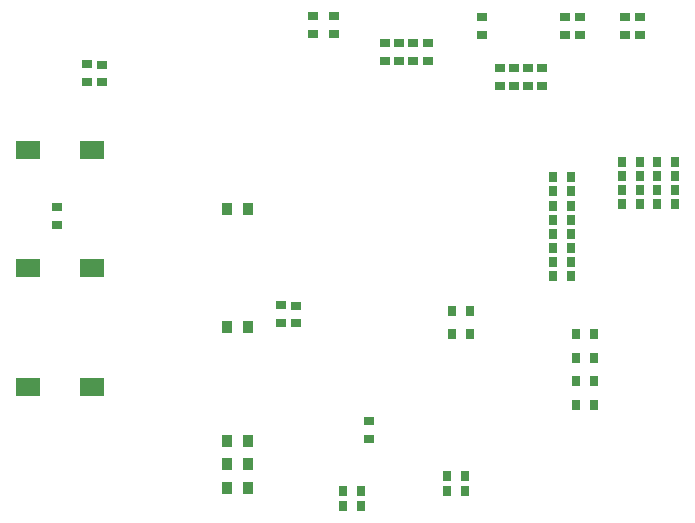
<source format=gbp>
G04 Layer_Color=128*
%FSLAX25Y25*%
%MOIN*%
G70*
G01*
G75*
%ADD11R,0.02559X0.03347*%
%ADD12R,0.03347X0.02559*%
%ADD78R,0.03347X0.04331*%
%ADD80R,0.07874X0.06299*%
D11*
X244291Y130709D02*
D03*
X238386D02*
D03*
Y140157D02*
D03*
X244291D02*
D03*
X209646Y135039D02*
D03*
X203740D02*
D03*
X232480Y130709D02*
D03*
X226575D02*
D03*
X238386Y135433D02*
D03*
X244291D02*
D03*
X209646Y130315D02*
D03*
X203740D02*
D03*
X232480Y125984D02*
D03*
X226575D02*
D03*
X238386Y125984D02*
D03*
X244291D02*
D03*
X209646Y125591D02*
D03*
X203740D02*
D03*
X232480Y140157D02*
D03*
X226575D02*
D03*
X209646Y120866D02*
D03*
X203740D02*
D03*
X232480Y135433D02*
D03*
X226575D02*
D03*
X209646Y116142D02*
D03*
X203740D02*
D03*
X209646Y111417D02*
D03*
X203740D02*
D03*
X209646Y106693D02*
D03*
X203740D02*
D03*
X209646Y101969D02*
D03*
X203740D02*
D03*
X175787Y90551D02*
D03*
X169882D02*
D03*
X211221Y82677D02*
D03*
X217126D02*
D03*
X169882D02*
D03*
X175787D02*
D03*
X211221Y74803D02*
D03*
X217126D02*
D03*
X211221Y66929D02*
D03*
X217126D02*
D03*
X211221Y59055D02*
D03*
X217126D02*
D03*
X174213Y35433D02*
D03*
X168307D02*
D03*
X133661Y30315D02*
D03*
X139567D02*
D03*
X174213D02*
D03*
X168307D02*
D03*
X133661Y25591D02*
D03*
X139567D02*
D03*
D12*
X123622Y182874D02*
D03*
Y188779D02*
D03*
X130709Y182874D02*
D03*
Y188779D02*
D03*
X142126Y47835D02*
D03*
Y53740D02*
D03*
X207480Y182480D02*
D03*
Y188386D02*
D03*
X212598Y182480D02*
D03*
Y188386D02*
D03*
X227559Y182480D02*
D03*
Y188386D02*
D03*
X232677Y182480D02*
D03*
Y188386D02*
D03*
X179921Y188386D02*
D03*
Y182480D02*
D03*
X161811Y179724D02*
D03*
Y173819D02*
D03*
X157087Y179724D02*
D03*
Y173819D02*
D03*
X152362Y179724D02*
D03*
Y173819D02*
D03*
X147638Y179724D02*
D03*
Y173819D02*
D03*
X48425Y172638D02*
D03*
Y166732D02*
D03*
X53445Y172539D02*
D03*
Y166634D02*
D03*
X200000Y171457D02*
D03*
Y165551D02*
D03*
X195276Y171457D02*
D03*
Y165551D02*
D03*
X190551Y171457D02*
D03*
Y165551D02*
D03*
X185827Y171457D02*
D03*
Y165551D02*
D03*
X112992Y92323D02*
D03*
Y86417D02*
D03*
X118110Y92244D02*
D03*
Y86339D02*
D03*
X38189Y125000D02*
D03*
Y119095D02*
D03*
D78*
X101870Y124409D02*
D03*
X94980D02*
D03*
X101870Y31496D02*
D03*
X94980D02*
D03*
X101870Y39370D02*
D03*
X94980D02*
D03*
X101870Y47244D02*
D03*
X94980D02*
D03*
X101870Y85039D02*
D03*
X94980D02*
D03*
D80*
X50000Y144095D02*
D03*
X28740D02*
D03*
X50000Y64961D02*
D03*
X28740D02*
D03*
X50000Y104724D02*
D03*
X28740D02*
D03*
M02*

</source>
